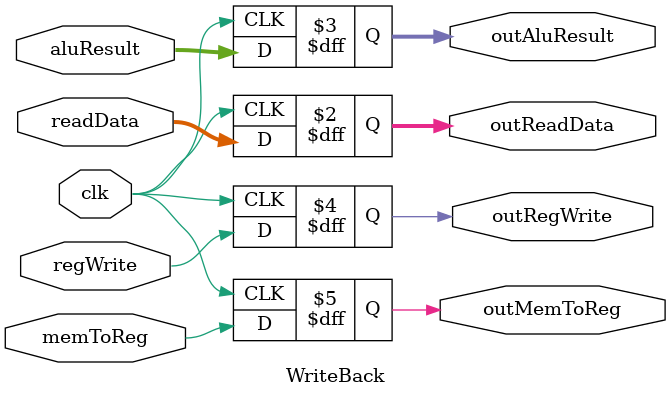
<source format=v>
`timescale 1ns/1ns
module WriteBack (
    input clk,
    input [31:0] readData,
    input [31:0] aluResult,
    input regWrite,// WB - Obtenido de la unidad control
    input memToReg,// WB - Obtenido de la unidad control
    /* Las salidas estarán relacionadas directamente a la entrada que esta contenida en su nombre */
    output reg [31:0] outReadData,
    output reg [31:0] outAluResult,
    /* Salidas de la unidad de control */
    output reg outRegWrite,
    output reg outMemToReg
);
    always @(posedge clk) begin
        outReadData = readData;
        outAluResult = aluResult;
        /* Salidas de la unidad de control */
        outRegWrite = regWrite;
        outMemToReg = memToReg;
    end

endmodule //WriteBack
</source>
